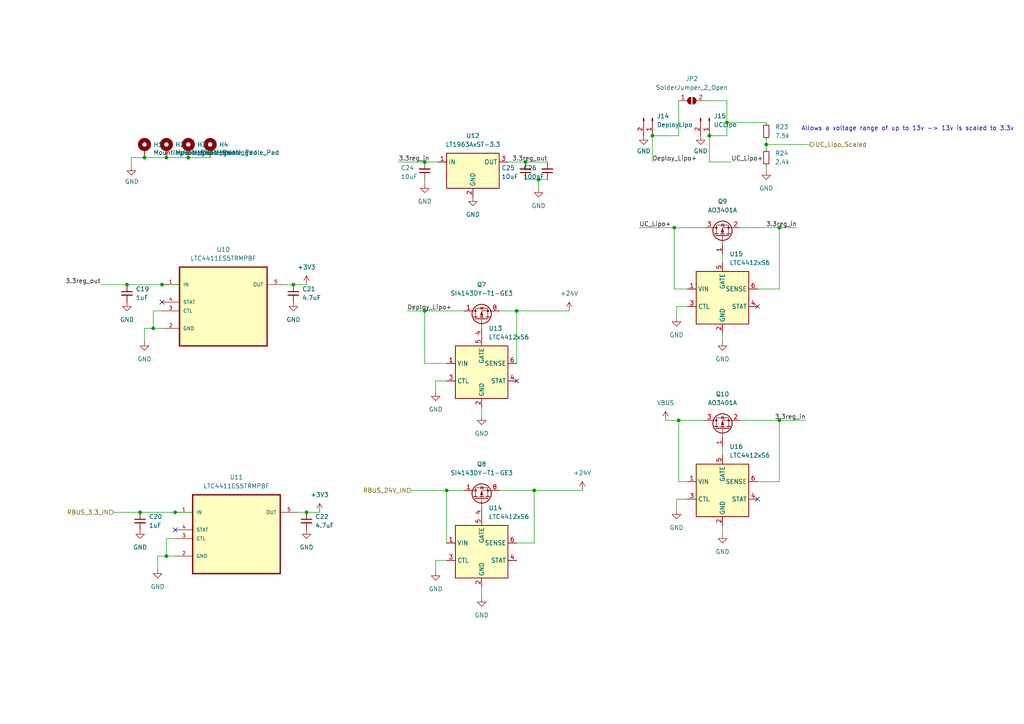
<source format=kicad_sch>
(kicad_sch (version 20211123) (generator eeschema)
  (paper "A4")
  (lib_symbols
    (symbol "Connector:Conn_01x02_Male" (pin_names (offset 1.016) hide)
      (property "Reference" "J" (at 0 2.54 0))
      (property "Value" "Conn_01x02_Male" (at 0 -5.08 0))
      (symbol "Conn_01x02_Male_1_1"
        (polyline (pts (xy 1.27 -2.54) (xy 0.8636 -2.54)) (stroke (width 0.1524)))
        (polyline (pts (xy 1.27 0) (xy 0.8636 0)) (stroke (width 0.1524)))
        (rectangle (start 0.8636 -2.413) (end 0 -2.667) (stroke (width 0.1524)) (fill (type outline)))
        (rectangle (start 0.8636 0.127) (end 0 -0.127) (stroke (width 0.1524)) (fill (type outline)))
        (pin passive line (at 5.08 0 180) (length 3.81) (name "Pin_1") (number "1"))
        (pin passive line (at 5.08 -2.54 180) (length 3.81) (name "Pin_2") (number "2"))
      )
    )
    (symbol "Device:C_Small" (pin_numbers hide) (pin_names (offset 0.254) hide)
      (property "Reference" "C" (at 0.254 1.778 0))
      (property "Value" "C_Small" (at 0.254 -2.032 0))
      (symbol "C_Small_0_1"
        (polyline (pts (xy -1.524 -0.508) (xy 1.524 -0.508)) (stroke (width 0.3302)))
        (polyline (pts (xy -1.524 0.508) (xy 1.524 0.508)) (stroke (width 0.3048)))
      )
      (symbol "C_Small_1_1"
        (pin passive line (at 0 2.54 270) (length 2.032) (name "~") (number "1"))
        (pin passive line (at 0 -2.54 90) (length 2.032) (name "~") (number "2"))
      )
    )
    (symbol "Device:Q_PMOS_GDS" (pin_names (offset 0) hide)
      (property "Reference" "Q?" (at 6.35 1.2701 0))
      (property "Value" "SI4143DY-T1-GE3" (at 6.35 -1.2699 0))
      (symbol "Q_PMOS_GDS_0_0"
        (pin input line (at -5.08 0 0) (length 2.54) (name "G") (number "4"))
        (pin passive line (at 2.54 -5.08 90) (length 2.54) hide (name "D") (number "5"))
        (pin passive line (at 2.54 -5.08 90) (length 2.54) hide (name "D") (number "6"))
        (pin passive line (at 2.54 -5.08 90) (length 2.54) hide (name "D") (number "7"))
        (pin passive line (at 2.54 -5.08 90) (length 2.54) (name "D") (number "8"))
      )
      (symbol "Q_PMOS_GDS_0_1"
        (polyline (pts (xy 0.254 0) (xy -2.54 0)))
        (polyline (pts (xy 0.254 1.905) (xy 0.254 -1.905)) (stroke (width 0.254)))
        (polyline (pts (xy 0.762 -1.27) (xy 0.762 -2.286)) (stroke (width 0.254)))
        (polyline (pts (xy 0.762 0.508) (xy 0.762 -0.508)) (stroke (width 0.254)))
        (polyline (pts (xy 0.762 2.286) (xy 0.762 1.27)) (stroke (width 0.254)))
        (polyline (pts (xy 2.54 2.54) (xy 2.54 1.778)))
        (polyline (pts (xy 2.54 -2.54) (xy 2.54 0) (xy 0.762 0)))
        (polyline (pts (xy 0.762 1.778) (xy 3.302 1.778) (xy 3.302 -1.778) (xy 0.762 -1.778)))
        (polyline (pts (xy 2.286 0) (xy 1.27 0.381) (xy 1.27 -0.381) (xy 2.286 0)) (fill (type outline)))
        (polyline (pts (xy 2.794 -0.508) (xy 2.921 -0.381) (xy 3.683 -0.381) (xy 3.81 -0.254)))
        (polyline (pts (xy 3.302 -0.381) (xy 2.921 0.254) (xy 3.683 0.254) (xy 3.302 -0.381)))
        (circle (center 1.651 0) (radius 2.794) (stroke (width 0.254)))
        (circle (center 2.54 -1.778) (radius 0.254) (fill (type outline)))
        (circle (center 2.54 1.778) (radius 0.254) (fill (type outline)))
      )
      (symbol "Q_PMOS_GDS_1_1"
        (pin passive line (at 2.54 5.08 270) (length 2.54) (name "S") (number "1"))
        (pin passive line (at 2.54 5.08 270) (length 2.54) hide (name "S") (number "2"))
        (pin passive line (at 2.54 5.08 270) (length 2.54) hide (name "S") (number "3"))
      )
    )
    (symbol "Device:R_Small" (pin_numbers hide) (pin_names (offset 0.254) hide)
      (property "Reference" "R" (at 0.762 0.508 0))
      (property "Value" "R_Small" (at 0.762 -1.016 0))
      (symbol "R_Small_0_1"
        (rectangle (start -0.762 1.778) (end 0.762 -1.778) (stroke (width 0.2032)))
      )
      (symbol "R_Small_1_1"
        (pin passive line (at 0 2.54 270) (length 0.762) (name "~") (number "1"))
        (pin passive line (at 0 -2.54 90) (length 0.762) (name "~") (number "2"))
      )
    )
    (symbol "Jumper:SolderJumper_2_Open" (pin_names (offset 0) hide)
      (property "Reference" "JP" (at 0 2.032 0))
      (property "Value" "SolderJumper_2_Open" (at 0 -2.54 0))
      (symbol "SolderJumper_2_Open_0_1"
        (arc (start -0.254 1.016) (mid -1.27 0) (end -0.254 -1.016))
        (arc (start -0.254 1.016) (mid -1.27 0) (end -0.254 -1.016) (fill (type outline)))
        (polyline (pts (xy -0.254 1.016) (xy -0.254 -1.016)))
        (polyline (pts (xy 0.254 1.016) (xy 0.254 -1.016)))
        (arc (start 0.254 -1.016) (mid 1.27 0) (end 0.254 1.016))
        (arc (start 0.254 -1.016) (mid 1.27 0) (end 0.254 1.016) (fill (type outline)))
      )
      (symbol "SolderJumper_2_Open_1_1"
        (pin passive line (at -3.81 0 0) (length 2.54) (name "A") (number "1"))
        (pin passive line (at 3.81 0 180) (length 2.54) (name "B") (number "2"))
      )
    )
    (symbol "LTC4411ES5TRMPBF:LTC4411ES5TRMPBF" (pin_names (offset 1.016))
      (property "Reference" "U" (at -4.2926 10.3124 0))
      (property "Value" "LTC4411ES5TRMPBF" (at -5.9436 -19.6088 0))
      (symbol "LTC4411ES5TRMPBF_0_0"
        (rectangle (start -12.7 -15.24) (end 12.7 7.62) (stroke (width 0.4064)) (fill (type background)))
        (pin input line (at -17.78 2.54 0) (length 5.08) (name "IN") (number "1"))
        (pin passive line (at -17.78 -10.16 0) (length 5.08) (name "GND") (number "2"))
        (pin passive line (at -17.78 -5.08 0) (length 5.08) (name "CTL") (number "3"))
        (pin passive line (at -17.78 -2.54 0) (length 5.08) (name "STAT") (number "4"))
        (pin output line (at 17.78 2.54 180) (length 5.08) (name "OUT") (number "5"))
      )
    )
    (symbol "Mechanical:MountingHole_Pad" (pin_numbers hide) (pin_names (offset 1.016) hide)
      (property "Reference" "H" (at 0 6.35 0))
      (property "Value" "MountingHole_Pad" (at 0 4.445 0))
      (symbol "MountingHole_Pad_0_1"
        (circle (center 0 1.27) (radius 1.27) (stroke (width 1.27)))
      )
      (symbol "MountingHole_Pad_1_1"
        (pin input line (at 0 -2.54 90) (length 2.54) (name "1") (number "1"))
      )
    )
    (symbol "Power_Management:LTC4412xS6"
      (property "Reference" "U" (at -6.35 8.89 0))
      (property "Value" "LTC4412xS6" (at 6.35 8.89 0))
      (symbol "LTC4412xS6_0_1"
        (rectangle (start -7.62 7.62) (end 7.62 -7.62) (stroke (width 0.254)) (fill (type background)))
      )
      (symbol "LTC4412xS6_1_1"
        (pin power_in line (at -10.16 2.54 0) (length 2.54) (name "VIN") (number "1"))
        (pin power_in line (at 0 -10.16 90) (length 2.54) (name "GND") (number "2"))
        (pin input line (at -10.16 -2.54 0) (length 2.54) (name "CTL") (number "3"))
        (pin open_collector line (at 10.16 -2.54 180) (length 2.54) (name "STAT") (number "4"))
        (pin output line (at 0 10.16 270) (length 2.54) (name "GATE") (number "5"))
        (pin input line (at 10.16 2.54 180) (length 2.54) (name "SENSE") (number "6"))
      )
    )
    (symbol "Regulator_Linear:LT1963AxST-3.3"
      (property "Reference" "U" (at -7.62 6.35 0))
      (property "Value" "LT1963AxST-3.3" (at -1.27 6.35 0))
      (symbol "LT1963AxST-3.3_0_1"
        (rectangle (start -7.62 5.08) (end 7.62 -5.08) (stroke (width 0.254)) (fill (type background)))
      )
      (symbol "LT1963AxST-3.3_1_1"
        (pin power_in line (at -10.16 2.54 0) (length 2.54) (name "IN") (number "1"))
        (pin power_in line (at 0 -7.62 90) (length 2.54) (name "GND") (number "2"))
        (pin power_out line (at 10.16 2.54 180) (length 2.54) (name "OUT") (number "3"))
      )
    )
    (symbol "Transistor_FET:AO3401A" (pin_names hide)
      (property "Reference" "Q" (at 5.08 1.905 0))
      (property "Value" "AO3401A" (at 5.08 0 0))
      (symbol "AO3401A_0_1"
        (polyline (pts (xy 0.254 0) (xy -2.54 0)))
        (polyline (pts (xy 0.254 1.905) (xy 0.254 -1.905)) (stroke (width 0.254)))
        (polyline (pts (xy 0.762 -1.27) (xy 0.762 -2.286)) (stroke (width 0.254)))
        (polyline (pts (xy 0.762 0.508) (xy 0.762 -0.508)) (stroke (width 0.254)))
        (polyline (pts (xy 0.762 2.286) (xy 0.762 1.27)) (stroke (width 0.254)))
        (polyline (pts (xy 2.54 2.54) (xy 2.54 1.778)))
        (polyline (pts (xy 2.54 -2.54) (xy 2.54 0) (xy 0.762 0)))
        (polyline (pts (xy 0.762 1.778) (xy 3.302 1.778) (xy 3.302 -1.778) (xy 0.762 -1.778)))
        (polyline (pts (xy 2.286 0) (xy 1.27 0.381) (xy 1.27 -0.381) (xy 2.286 0)) (fill (type outline)))
        (polyline (pts (xy 2.794 -0.508) (xy 2.921 -0.381) (xy 3.683 -0.381) (xy 3.81 -0.254)))
        (polyline (pts (xy 3.302 -0.381) (xy 2.921 0.254) (xy 3.683 0.254) (xy 3.302 -0.381)))
        (circle (center 1.651 0) (radius 2.794) (stroke (width 0.254)))
        (circle (center 2.54 -1.778) (radius 0.254) (fill (type outline)))
        (circle (center 2.54 1.778) (radius 0.254) (fill (type outline)))
      )
      (symbol "AO3401A_1_1"
        (pin input line (at -5.08 0 0) (length 2.54) (name "G") (number "1"))
        (pin passive line (at 2.54 -5.08 90) (length 2.54) (name "S") (number "2"))
        (pin passive line (at 2.54 5.08 270) (length 2.54) (name "D") (number "3"))
      )
    )
    (symbol "power:+24V" (power) (pin_names (offset 0))
      (property "Value" "+24V" (at 0 3.556 0))
      (symbol "+24V_0_1"
        (polyline (pts (xy -0.762 1.27) (xy 0 2.54)))
        (polyline (pts (xy 0 0) (xy 0 2.54)))
        (polyline (pts (xy 0 2.54) (xy 0.762 1.27)))
      )
      (symbol "+24V_1_1"
        (pin power_in line (at 0 0 90) (length 0) hide (name "+24V") (number "1"))
      )
    )
    (symbol "power:+3.3V" (power) (pin_names (offset 0))
      (property "Value" "+3.3V" (at 0 3.556 0))
      (symbol "+3.3V_0_1"
        (polyline (pts (xy -0.762 1.27) (xy 0 2.54)))
        (polyline (pts (xy 0 0) (xy 0 2.54)))
        (polyline (pts (xy 0 2.54) (xy 0.762 1.27)))
      )
      (symbol "+3.3V_1_1"
        (pin power_in line (at 0 0 90) (length 0) hide (name "+3V3") (number "1"))
      )
    )
    (symbol "power:GND" (power) (pin_names (offset 0))
      (property "Value" "GND" (at 0 -3.81 0))
      (symbol "GND_0_1"
        (polyline (pts (xy 0 0) (xy 0 -1.27) (xy 1.27 -1.27) (xy 0 -2.54) (xy -1.27 -1.27) (xy 0 -1.27)))
      )
      (symbol "GND_1_1"
        (pin power_in line (at 0 0 270) (length 0) hide (name "GND") (number "1"))
      )
    )
    (symbol "power:VBUS" (power) (pin_names (offset 0))
      (property "Value" "VBUS" (at 0 3.81 0))
      (symbol "VBUS_0_1"
        (polyline (pts (xy -0.762 1.27) (xy 0 2.54)))
        (polyline (pts (xy 0 0) (xy 0 2.54)))
        (polyline (pts (xy 0 2.54) (xy 0.762 1.27)))
      )
      (symbol "VBUS_1_1"
        (pin power_in line (at 0 0 90) (length 0) hide (name "VBUS") (number "1"))
      )
    )
  )
  (junction (at 226.06 121.92))
  (junction (at 85.09 82.55))
  (junction (at 123.19 90.17))
  (junction (at 54.61 45.72))
  (junction (at 46.99 82.55))
  (junction (at 152.4 46.99))
  (junction (at 44.45 95.25))
  (junction (at 156.21 52.07))
  (junction (at 36.83 82.55))
  (junction (at 48.26 45.72))
  (junction (at 50.8 148.59))
  (junction (at 154.94 142.24))
  (junction (at 149.86 90.17))
  (junction (at 41.91 45.72))
  (junction (at 88.9 148.59))
  (junction (at 196.85 121.92))
  (junction (at 123.19 46.99))
  (junction (at 189.23 39.37))
  (junction (at 129.54 142.24))
  (junction (at 205.74 39.37))
  (junction (at 222.25 41.91))
  (junction (at 195.58 66.04))
  (junction (at 226.06 66.04))
  (junction (at 40.64 148.59))
  (junction (at 48.26 161.29))
  (junction (at 210.82 35.56))
  (no_connect (at 50.8 153.67))
  (no_connect (at 219.71 144.78))
  (no_connect (at 46.99 87.63))
  (no_connect (at 219.71 88.9))
  (no_connect (at 149.86 110.49))
  (wire (pts (xy 196.215 147.955) (xy 196.215 144.78)))
  (wire (pts (xy 126.365 162.56) (xy 129.54 162.56)))
  (wire (pts (xy 44.45 90.17) (xy 44.45 95.25)))
  (wire (pts (xy 226.06 66.04) (xy 214.63 66.04)))
  (wire (pts (xy 193.04 121.92) (xy 196.85 121.92)))
  (wire (pts (xy 209.55 73.66) (xy 209.55 76.2)))
  (wire (pts (xy 85.09 82.55) (xy 88.9 82.55)))
  (wire (pts (xy 154.94 157.48) (xy 154.94 142.24)))
  (wire (pts (xy 149.86 105.41) (xy 149.86 90.17)))
  (wire (pts (xy 82.55 82.55) (xy 85.09 82.55)))
  (wire (pts (xy 222.25 48.26) (xy 222.25 49.53)))
  (wire (pts (xy 46.99 90.17) (xy 44.45 90.17)))
  (wire (pts (xy 45.72 165.1) (xy 45.72 161.29)))
  (wire (pts (xy 149.86 157.48) (xy 154.94 157.48)))
  (wire (pts (xy 226.06 139.7) (xy 226.06 121.92)))
  (wire (pts (xy 41.91 95.25) (xy 44.45 95.25)))
  (wire (pts (xy 195.58 66.04) (xy 204.47 66.04)))
  (wire (pts (xy 196.215 144.78) (xy 199.39 144.78)))
  (wire (pts (xy 115.57 46.99) (xy 123.19 46.99)))
  (wire (pts (xy 195.58 66.04) (xy 195.58 83.82)))
  (wire (pts (xy 196.85 39.37) (xy 196.85 29.21)))
  (wire (pts (xy 118.11 90.17) (xy 123.19 90.17)))
  (wire (pts (xy 196.215 88.9) (xy 199.39 88.9)))
  (wire (pts (xy 156.21 52.07) (xy 156.21 54.61)))
  (wire (pts (xy 41.91 45.72) (xy 38.1 45.72)))
  (wire (pts (xy 226.06 83.82) (xy 226.06 66.04)))
  (wire (pts (xy 126.365 110.49) (xy 129.54 110.49)))
  (wire (pts (xy 195.58 83.82) (xy 199.39 83.82)))
  (wire (pts (xy 196.85 139.7) (xy 199.39 139.7)))
  (wire (pts (xy 129.54 142.24) (xy 129.54 157.48)))
  (wire (pts (xy 189.23 39.37) (xy 189.23 46.99)))
  (wire (pts (xy 88.9 148.59) (xy 92.71 148.59)))
  (wire (pts (xy 196.215 92.075) (xy 196.215 88.9)))
  (wire (pts (xy 205.74 46.99) (xy 212.09 46.99)))
  (wire (pts (xy 129.54 142.24) (xy 134.62 142.24)))
  (wire (pts (xy 209.55 129.54) (xy 209.55 132.08)))
  (wire (pts (xy 149.86 90.17) (xy 165.1 90.17)))
  (wire (pts (xy 219.71 139.7) (xy 226.06 139.7)))
  (wire (pts (xy 48.26 161.29) (xy 50.8 161.29)))
  (wire (pts (xy 156.21 52.07) (xy 158.75 52.07)))
  (wire (pts (xy 86.36 148.59) (xy 88.9 148.59)))
  (wire (pts (xy 147.32 46.99) (xy 152.4 46.99)))
  (wire (pts (xy 46.99 82.55) (xy 52.07 82.55)))
  (wire (pts (xy 210.82 35.56) (xy 210.82 39.37)))
  (wire (pts (xy 36.83 82.55) (xy 46.99 82.55)))
  (wire (pts (xy 54.61 45.72) (xy 60.96 45.72)))
  (wire (pts (xy 38.1 45.72) (xy 38.1 48.26)))
  (wire (pts (xy 123.19 90.17) (xy 123.19 105.41)))
  (wire (pts (xy 226.06 121.92) (xy 233.68 121.92)))
  (wire (pts (xy 222.25 41.91) (xy 222.25 40.64)))
  (wire (pts (xy 210.82 29.21) (xy 210.82 35.56)))
  (wire (pts (xy 44.45 95.25) (xy 46.99 95.25)))
  (wire (pts (xy 41.91 99.06) (xy 41.91 95.25)))
  (wire (pts (xy 196.85 121.92) (xy 204.47 121.92)))
  (wire (pts (xy 48.26 45.72) (xy 54.61 45.72)))
  (wire (pts (xy 41.91 45.72) (xy 48.26 45.72)))
  (wire (pts (xy 209.55 96.52) (xy 209.55 99.06)))
  (wire (pts (xy 222.25 41.91) (xy 234.95 41.91)))
  (wire (pts (xy 48.26 156.21) (xy 48.26 161.29)))
  (wire (pts (xy 226.06 121.92) (xy 214.63 121.92)))
  (wire (pts (xy 29.21 82.55) (xy 36.83 82.55)))
  (wire (pts (xy 50.8 156.21) (xy 48.26 156.21)))
  (wire (pts (xy 123.19 46.99) (xy 127 46.99)))
  (wire (pts (xy 226.06 66.04) (xy 231.14 66.04)))
  (wire (pts (xy 139.7 170.18) (xy 139.7 173.355)))
  (wire (pts (xy 123.19 105.41) (xy 129.54 105.41)))
  (wire (pts (xy 40.64 148.59) (xy 50.8 148.59)))
  (wire (pts (xy 210.82 35.56) (xy 222.25 35.56)))
  (wire (pts (xy 50.8 148.59) (xy 55.88 148.59)))
  (wire (pts (xy 123.19 52.07) (xy 123.19 53.34)))
  (wire (pts (xy 45.72 161.29) (xy 48.26 161.29)))
  (wire (pts (xy 154.94 142.24) (xy 168.91 142.24)))
  (wire (pts (xy 210.82 39.37) (xy 205.74 39.37)))
  (wire (pts (xy 152.4 52.07) (xy 156.21 52.07)))
  (wire (pts (xy 123.19 90.17) (xy 134.62 90.17)))
  (wire (pts (xy 185.42 66.04) (xy 195.58 66.04)))
  (wire (pts (xy 196.85 121.92) (xy 196.85 139.7)))
  (wire (pts (xy 33.02 148.59) (xy 40.64 148.59)))
  (wire (pts (xy 219.71 83.82) (xy 226.06 83.82)))
  (wire (pts (xy 144.78 90.17) (xy 149.86 90.17)))
  (wire (pts (xy 126.365 113.665) (xy 126.365 110.49)))
  (wire (pts (xy 222.25 43.18) (xy 222.25 41.91)))
  (wire (pts (xy 119.38 142.24) (xy 129.54 142.24)))
  (wire (pts (xy 139.7 118.11) (xy 139.7 120.65)))
  (wire (pts (xy 189.23 39.37) (xy 196.85 39.37)))
  (wire (pts (xy 209.55 152.4) (xy 209.55 154.94)))
  (wire (pts (xy 204.47 29.21) (xy 210.82 29.21)))
  (wire (pts (xy 126.365 165.735) (xy 126.365 162.56)))
  (wire (pts (xy 205.74 39.37) (xy 205.74 46.99)))
  (wire (pts (xy 144.78 142.24) (xy 154.94 142.24)))
  (wire (pts (xy 152.4 46.99) (xy 158.75 46.99)))
  (text "Allows a voltage range of up to 13v -> 13v is scaled to 3.3v" (at 232.41 38.1 0) (effects (font (size 1.27 1.27)) (justify left bottom)))
  (label "UC_Lipo+" (at 185.42 66.04 0))
  (label "3.3reg_out" (at 158.75 46.99 180))
  (label "Deploy_Lipo+" (at 118.11 90.17 0))
  (label "3.3reg_out" (at 29.21 82.55 180))
  (label "3.3reg_in" (at 233.68 121.92 180))
  (label "3.3reg_in" (at 115.57 46.99 0))
  (label "3.3reg_in" (at 231.14 66.04 180))
  (label "UC_Lipo+" (at 212.09 46.99 0))
  (label "Deploy_Lipo+" (at 189.23 46.99 0))
  (hierarchical_label "UC_Lipo_Scaled" (shape output) (at 234.95 41.91 0))
  (hierarchical_label "RBUS_3.3_IN" (shape input) (at 33.02 148.59 180))
  (hierarchical_label "RBUS_24V_IN" (shape input) (at 119.38 142.24 180))
  (symbol (lib_id "power:GND") (at 209.55 154.94 0) (unit 1)
    (property "Reference" "#PWR0103" (effects hide))
    (property "Value" "GND" (at 209.55 160.02 0))
  )
  (symbol (lib_id "power:GND") (at 137.16 57.15 0) (unit 1)
    (property "Reference" "#PWR061" (effects hide))
    (property "Value" "GND" (at 137.16 62.23 0))
  )
  (symbol (lib_id "power:GND") (at 38.1 48.26 0) (unit 1)
    (property "Reference" "#PWR078" (effects hide))
    (property "Value" "GND" (at 38.227 52.6542 0))
  )
  (symbol (lib_id "power:GND") (at 126.365 165.735 0) (unit 1)
    (property "Reference" "#PWR092" (effects hide))
    (property "Value" "GND" (at 126.365 170.815 0))
  )
  (symbol (lib_id "power:+3.3V") (at 88.9 82.55 0) (unit 1)
    (property "Reference" "#PWR085" (effects hide))
    (property "Value" "+3.3V" (at 88.9 77.47 0))
  )
  (symbol (lib_id "power:GND") (at 45.72 165.1 0) (unit 1)
    (property "Reference" "#PWR082" (effects hide))
    (property "Value" "GND" (at 45.72 170.18 0))
  )
  (symbol (lib_id "Device:C_Small") (at 88.9 151.13 0) (unit 1)
    (property "Reference" "C22" (at 91.44 149.8662 0) (effects (justify left)))
    (property "Value" "4.7uF" (at 91.44 152.4062 0) (effects (justify left)))
    (property "Footprint" "Capacitor_SMD:C_0603_1608Metric" (effects hide))
  )
  (symbol (lib_id "LTC4411ES5TRMPBF:LTC4411ES5TRMPBF") (at 64.77 85.09 0) (unit 1)
    (property "Reference" "U10" (at 64.77 72.39 0))
    (property "Value" "LTC4411ES5TRMPBF" (at 64.77 74.93 0))
    (property "Footprint" "Package_TO_SOT_SMD:SOT-23-5_HandSoldering" (effects hide))
    (property "OC_FARNELL" "1663916" (effects hide))
    (property "SUPPLIER" "Linear Technology" (effects hide))
    (property "MPN" "LTC4411ES5#TRMPBF" (effects hide))
    (property "PACKAGE" "SOT-23-5" (effects hide))
    (property "OC_NEWARK" "19P0726" (effects hide))
  )
  (symbol (lib_id "power:GND") (at 85.09 87.63 0) (unit 1)
    (property "Reference" "#PWR083" (effects hide))
    (property "Value" "GND" (at 85.09 92.71 0))
  )
  (symbol (lib_id "Power_Management:LTC4412xS6") (at 209.55 86.36 0) (unit 1)
    (property "Reference" "U15" (at 211.5694 73.66 0) (effects (justify left)))
    (property "Value" "LTC4412xS6" (at 211.5694 76.2 0) (effects (justify left)))
    (property "Footprint" "Package_TO_SOT_SMD:TSOT-23-6" (effects hide))
    (property "Datasheet" "https://www.analog.com/media/en/technical-documentation/data-sheets/4412fb.pdf" (effects hide))
  )
  (symbol (lib_id "Transistor_FET:AO3401A") (at 209.55 68.58 90) (unit 1)
    (property "Reference" "Q9" (at 209.55 58.42 90))
    (property "Value" "AO3401A" (at 209.55 60.96 90))
    (property "Footprint" "Package_TO_SOT_SMD:SOT-23" (effects hide))
    (property "Datasheet" "http://www.aosmd.com/pdfs/datasheet/AO3401A.pdf" (effects hide))
  )
  (symbol (lib_id "power:VBUS") (at 193.04 121.92 0) (unit 1)
    (property "Reference" "#PWR098" (effects hide))
    (property "Value" "VBUS" (at 193.04 116.84 0))
  )
  (symbol (lib_id "power:GND") (at 123.19 53.34 0) (unit 1)
    (property "Reference" "#PWR0101" (effects hide))
    (property "Value" "GND" (at 123.19 58.42 0))
  )
  (symbol (lib_id "Mechanical:MountingHole_Pad") (at 60.96 43.18 0) (unit 1)
    (property "Reference" "H4" (at 63.5 41.9354 0) (effects (justify left)))
    (property "Value" "MountingHole_Pad" (at 63.5 44.2468 0) (effects (justify left)))
    (property "Footprint" "MountingHole:MountingHole_3.2mm_M3_DIN965_Pad" (effects hide))
  )
  (symbol (lib_id "power:GND") (at 222.25 49.53 0) (unit 1)
    (property "Reference" "#PWR039" (effects hide))
    (property "Value" "GND" (at 222.25 54.61 0))
  )
  (symbol (lib_id "Device:R_Small") (at 222.25 38.1 0) (unit 1)
    (property "Reference" "R23" (at 224.79 36.8299 0) (effects (justify left)))
    (property "Value" "7.5k" (at 224.79 39.3699 0) (effects (justify left)))
    (property "Footprint" "Resistor_SMD:R_0603_1608Metric" (effects hide))
  )
  (symbol (lib_id "Mechanical:MountingHole_Pad") (at 41.91 43.18 0) (unit 1)
    (property "Reference" "H1" (at 44.45 41.9354 0) (effects (justify left)))
    (property "Value" "MountingHole_Pad" (at 44.45 44.2468 0) (effects (justify left)))
    (property "Footprint" "MountingHole:MountingHole_3.2mm_M3_DIN965_Pad" (effects hide))
  )
  (symbol (lib_id "power:GND") (at 196.215 92.075 0) (unit 1)
    (property "Reference" "#PWR099" (effects hide))
    (property "Value" "GND" (at 196.215 97.155 0))
  )
  (symbol (lib_id "Device:C_Small") (at 152.4 49.53 180) (unit 1)
    (property "Reference" "C25" (at 145.4311 48.7111 0) (effects (justify right)))
    (property "Value" "10uF" (at 145.4311 51.2511 0) (effects (justify right)))
    (property "Footprint" "Capacitor_SMD:C_0603_1608Metric" (effects hide))
  )
  (symbol (lib_id "power:GND") (at 209.55 99.06 0) (unit 1)
    (property "Reference" "#PWR0102" (effects hide))
    (property "Value" "GND" (at 209.55 104.14 0))
  )
  (symbol (lib_id "power:GND") (at 156.21 54.61 0) (unit 1)
    (property "Reference" "#PWR062" (effects hide))
    (property "Value" "GND" (at 156.21 59.69 0))
  )
  (symbol (lib_id "Connector:Conn_01x02_Male") (at 189.23 34.29 270) (unit 1)
    (property "Reference" "J14" (at 190.5 33.6549 90) (effects (justify left)))
    (property "Value" "DeployLipo" (at 190.5 36.1949 90) (effects (justify left)))
    (property "Footprint" "TerminalBlock_Phoenix:TerminalBlock_Phoenix_MKDS-3-2-5.08_1x02_P5.08mm_Horizontal" (effects hide))
  )
  (symbol (lib_id "Connector:Conn_01x02_Male") (at 205.74 34.29 270) (unit 1)
    (property "Reference" "J15" (at 207.01 33.6549 90) (effects (justify left)))
    (property "Value" "UCLipo" (at 207.01 36.1949 90) (effects (justify left)))
    (property "Footprint" "Connector_JST:JST_PH_B2B-PH-K_1x02_P2.00mm_Vertical" (effects hide))
  )
  (symbol (lib_id "power:+3.3V") (at 92.71 148.59 0) (unit 1)
    (property "Reference" "#PWR086" (effects hide))
    (property "Value" "+3.3V" (at 92.71 143.51 0))
  )
  (symbol (lib_id "Device:C_Small") (at 123.19 49.53 180) (unit 1)
    (property "Reference" "C24" (at 116.2211 48.7111 0) (effects (justify right)))
    (property "Value" "10uF" (at 116.2211 51.2511 0) (effects (justify right)))
    (property "Footprint" "Capacitor_SMD:C_0603_1608Metric" (effects hide))
  )
  (symbol (lib_id "power:GND") (at 126.365 113.665 0) (unit 1)
    (property "Reference" "#PWR091" (effects hide))
    (property "Value" "GND" (at 126.365 118.745 0))
  )
  (symbol (lib_id "Device:Q_PMOS_GDS") (at 139.7 144.78 90) (unit 1)
    (property "Reference" "Q8" (at 139.7 134.62 90))
    (property "Value" "SI4143DY-T1-GE3" (at 139.7 137.16 90))
    (property "Footprint" "Package_SO:SOIC-8_3.9x4.9mm_P1.27mm" (effects hide))
  )
  (symbol (lib_id "Regulator_Linear:LT1963AxST-3.3") (at 137.16 49.53 0) (unit 1)
    (property "Reference" "U12" (at 137.16 39.37 0))
    (property "Value" "LT1963AxST-3.3" (at 137.16 41.91 0))
    (property "Footprint" "Package_TO_SOT_SMD:SOT-223-3_TabPin2" (effects hide))
    (property "Datasheet" "https://www.analog.com/media/en/technical-documentation/data-sheets/1963aff.pdf" (effects hide))
  )
  (symbol (lib_id "LTC4411ES5TRMPBF:LTC4411ES5TRMPBF") (at 68.58 151.13 0) (unit 1)
    (property "Reference" "U11" (at 68.58 138.43 0))
    (property "Value" "LTC4411ES5TRMPBF" (at 68.58 140.97 0))
    (property "Footprint" "Package_TO_SOT_SMD:SOT-23-5_HandSoldering" (effects hide))
    (property "OC_FARNELL" "1663916" (effects hide))
    (property "SUPPLIER" "Linear Technology" (effects hide))
    (property "MPN" "LTC4411ES5#TRMPBF" (effects hide))
    (property "PACKAGE" "SOT-23-5" (effects hide))
    (property "OC_NEWARK" "19P0726" (effects hide))
  )
  (symbol (lib_id "Power_Management:LTC4412xS6") (at 209.55 142.24 0) (unit 1)
    (property "Reference" "U16" (at 211.5694 129.54 0) (effects (justify left)))
    (property "Value" "LTC4412xS6" (at 211.5694 132.08 0) (effects (justify left)))
    (property "Footprint" "Package_TO_SOT_SMD:TSOT-23-6" (effects hide))
    (property "Datasheet" "https://www.analog.com/media/en/technical-documentation/data-sheets/4412fb.pdf" (effects hide))
  )
  (symbol (lib_id "power:GND") (at 36.83 87.63 0) (unit 1)
    (property "Reference" "#PWR079" (effects hide))
    (property "Value" "GND" (at 36.83 92.71 0))
  )
  (symbol (lib_id "Mechanical:MountingHole_Pad") (at 54.61 43.18 0) (unit 1)
    (property "Reference" "H3" (at 57.15 41.9354 0) (effects (justify left)))
    (property "Value" "MountingHole_Pad" (at 57.15 44.2468 0) (effects (justify left)))
    (property "Footprint" "MountingHole:MountingHole_3.2mm_M3_DIN965_Pad" (effects hide))
  )
  (symbol (lib_id "power:GND") (at 40.64 153.67 0) (unit 1)
    (property "Reference" "#PWR080" (effects hide))
    (property "Value" "GND" (at 40.64 158.75 0))
  )
  (symbol (lib_id "power:+24V") (at 165.1 90.17 0) (unit 1)
    (property "Reference" "#PWR063" (effects hide))
    (property "Value" "+24V" (at 165.1 85.09 0))
  )
  (symbol (lib_id "power:GND") (at 139.7 120.65 0) (unit 1)
    (property "Reference" "#PWR093" (effects hide))
    (property "Value" "GND" (at 139.7 125.73 0))
  )
  (symbol (lib_id "power:GND") (at 186.69 39.37 0) (unit 1)
    (property "Reference" "#PWR089" (effects hide))
    (property "Value" "GND" (at 186.69 43.815 0))
  )
  (symbol (lib_id "Device:C_Small") (at 40.64 151.13 0) (unit 1)
    (property "Reference" "C20" (at 43.18 149.8662 0) (effects (justify left)))
    (property "Value" "1uF" (at 43.18 152.4062 0) (effects (justify left)))
    (property "Footprint" "Capacitor_SMD:C_0603_1608Metric" (effects hide))
  )
  (symbol (lib_id "Transistor_FET:AO3401A") (at 209.55 124.46 90) (unit 1)
    (property "Reference" "Q10" (at 209.55 114.3 90))
    (property "Value" "AO3401A" (at 209.55 116.84 90))
    (property "Footprint" "Package_TO_SOT_SMD:SOT-23" (effects hide))
    (property "Datasheet" "http://www.aosmd.com/pdfs/datasheet/AO3401A.pdf" (effects hide))
  )
  (symbol (lib_id "Mechanical:MountingHole_Pad") (at 48.26 43.18 0) (unit 1)
    (property "Reference" "H2" (at 50.8 41.9354 0) (effects (justify left)))
    (property "Value" "MountingHole_Pad" (at 50.8 44.2468 0) (effects (justify left)))
    (property "Footprint" "MountingHole:MountingHole_3.2mm_M3_DIN965_Pad" (effects hide))
  )
  (symbol (lib_id "Device:R_Small") (at 222.25 45.72 0) (unit 1)
    (property "Reference" "R24" (at 224.79 44.4499 0) (effects (justify left)))
    (property "Value" "2.4k" (at 224.79 46.9899 0) (effects (justify left)))
    (property "Footprint" "Resistor_SMD:R_0603_1608Metric" (effects hide))
  )
  (symbol (lib_id "power:GND") (at 41.91 99.06 0) (unit 1)
    (property "Reference" "#PWR081" (effects hide))
    (property "Value" "GND" (at 41.91 104.14 0))
  )
  (symbol (lib_id "Device:C_Small") (at 36.83 85.09 0) (unit 1)
    (property "Reference" "C19" (at 39.37 83.8262 0) (effects (justify left)))
    (property "Value" "1uF" (at 39.37 86.3662 0) (effects (justify left)))
    (property "Footprint" "Capacitor_SMD:C_0603_1608Metric" (effects hide))
  )
  (symbol (lib_id "power:GND") (at 88.9 153.67 0) (unit 1)
    (property "Reference" "#PWR084" (effects hide))
    (property "Value" "GND" (at 88.9 158.75 0))
  )
  (symbol (lib_id "power:GND") (at 139.7 173.355 0) (unit 1)
    (property "Reference" "#PWR094" (effects hide))
    (property "Value" "GND" (at 139.7 178.435 0))
  )
  (symbol (lib_id "Power_Management:LTC4412xS6") (at 139.7 160.02 0) (unit 1)
    (property "Reference" "U14" (at 141.7194 147.32 0) (effects (justify left)))
    (property "Value" "LTC4412xS6" (at 141.7194 149.86 0) (effects (justify left)))
    (property "Footprint" "Package_TO_SOT_SMD:TSOT-23-6" (effects hide))
    (property "Datasheet" "https://www.analog.com/media/en/technical-documentation/data-sheets/4412fb.pdf" (effects hide))
  )
  (symbol (lib_id "power:GND") (at 203.2 39.37 0) (unit 1)
    (property "Reference" "#PWR065" (effects hide))
    (property "Value" "GND" (at 203.2 43.815 0))
  )
  (symbol (lib_id "Device:C_Small") (at 85.09 85.09 0) (unit 1)
    (property "Reference" "C21" (at 87.63 83.8262 0) (effects (justify left)))
    (property "Value" "4.7uF" (at 87.63 86.3662 0) (effects (justify left)))
    (property "Footprint" "Capacitor_SMD:C_0603_1608Metric" (effects hide))
  )
  (symbol (lib_id "power:GND") (at 196.215 147.955 0) (unit 1)
    (property "Reference" "#PWR0100" (effects hide))
    (property "Value" "GND" (at 196.215 153.035 0))
  )
  (symbol (lib_id "Device:C_Small") (at 158.75 49.53 180) (unit 1)
    (property "Reference" "C26" (at 151.7811 48.7111 0) (effects (justify right)))
    (property "Value" "100nF" (at 151.7811 51.2511 0) (effects (justify right)))
    (property "Footprint" "Capacitor_SMD:C_0603_1608Metric" (effects hide))
  )
  (symbol (lib_id "Power_Management:LTC4412xS6") (at 139.7 107.95 0) (unit 1)
    (property "Reference" "U13" (at 141.7194 95.25 0) (effects (justify left)))
    (property "Value" "LTC4412xS6" (at 141.7194 97.79 0) (effects (justify left)))
    (property "Footprint" "Package_TO_SOT_SMD:TSOT-23-6" (effects hide))
    (property "Datasheet" "https://www.analog.com/media/en/technical-documentation/data-sheets/4412fb.pdf" (effects hide))
  )
  (symbol (lib_id "Jumper:SolderJumper_2_Open") (at 200.66 29.21 0) (unit 1)
    (property "Reference" "JP2" (at 200.66 22.86 0))
    (property "Value" "SolderJumper_2_Open" (at 200.66 25.4 0))
    (property "Footprint" "Jumper:SolderJumper-2_P1.3mm_Open_RoundedPad1.0x1.5mm" (effects hide))
  )
  (symbol (lib_id "power:+24V") (at 168.91 142.24 0) (unit 1)
    (property "Reference" "#PWR064" (effects hide))
    (property "Value" "+24V" (at 168.91 137.16 0))
  )
  (symbol (lib_id "Device:Q_PMOS_GDS") (at 139.7 92.71 90) (unit 1)
    (property "Reference" "Q7" (at 139.7 82.55 90))
    (property "Value" "SI4143DY-T1-GE3" (at 139.7 85.09 90))
    (property "Footprint" "Package_SO:SOIC-8_3.9x4.9mm_P1.27mm" (effects hide))
  )
)
</source>
